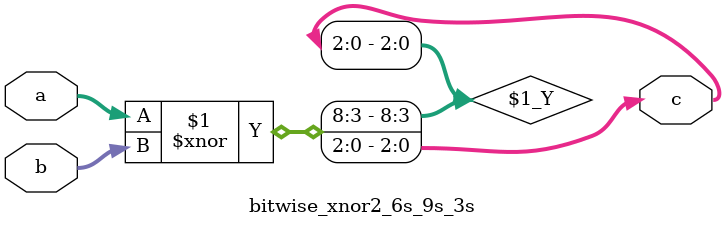
<source format=v>
module bitwise_xnor2_6s_9s_3s(a, b, c);
  input signed [5:0] a;
  input signed [8:0] b;
  output signed [2:0] c;
  assign c = a ^~ b;
endmodule

</source>
